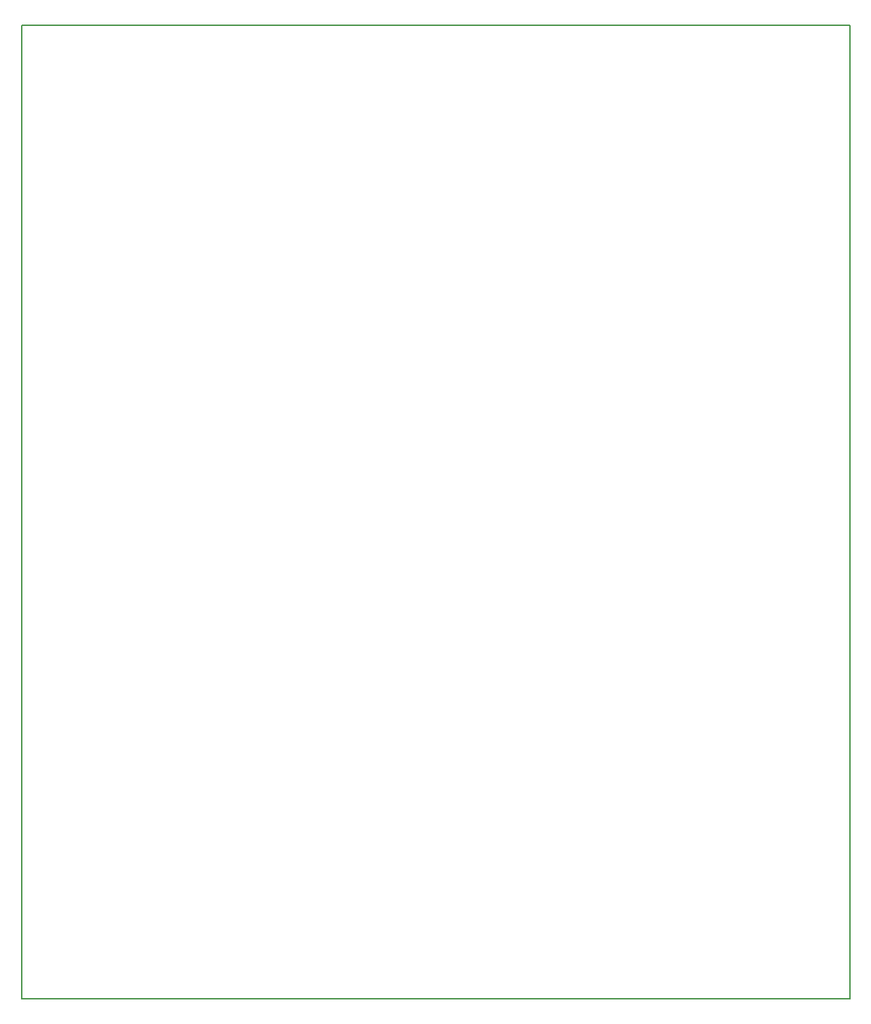
<source format=gbr>
G04 PROTEUS GERBER X2 FILE*
%TF.GenerationSoftware,Labcenter,Proteus,8.6-SP2-Build23525*%
%TF.CreationDate,2021-11-17T23:03:13+00:00*%
%TF.FileFunction,NonPlated,0,2,NPTH*%
%TF.FilePolarity,Positive*%
%TF.Part,Single*%
%FSLAX45Y45*%
%MOMM*%
G01*
%TA.AperFunction,Profile*%
%ADD15C,0.203200*%
%TD.AperFunction*%
D15*
X-9250000Y+0D02*
X+750000Y+0D01*
X+750000Y+11750000D01*
X-9250000Y+11750000D01*
X-9250000Y+0D01*
M02*

</source>
